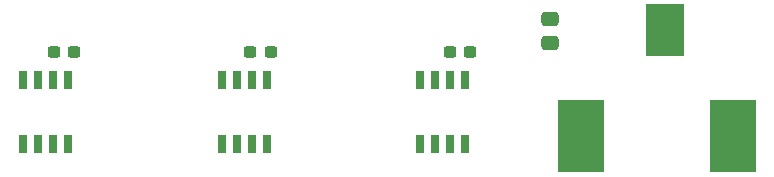
<source format=gbr>
%TF.GenerationSoftware,KiCad,Pcbnew,7.0.2*%
%TF.CreationDate,2023-10-28T17:31:33+09:00*%
%TF.ProjectId,Pmod_US_Speaker,506d6f64-5f55-4535-9f53-7065616b6572,rev?*%
%TF.SameCoordinates,Original*%
%TF.FileFunction,Paste,Top*%
%TF.FilePolarity,Positive*%
%FSLAX46Y46*%
G04 Gerber Fmt 4.6, Leading zero omitted, Abs format (unit mm)*
G04 Created by KiCad (PCBNEW 7.0.2) date 2023-10-28 17:31:33*
%MOMM*%
%LPD*%
G01*
G04 APERTURE LIST*
G04 Aperture macros list*
%AMRoundRect*
0 Rectangle with rounded corners*
0 $1 Rounding radius*
0 $2 $3 $4 $5 $6 $7 $8 $9 X,Y pos of 4 corners*
0 Add a 4 corners polygon primitive as box body*
4,1,4,$2,$3,$4,$5,$6,$7,$8,$9,$2,$3,0*
0 Add four circle primitives for the rounded corners*
1,1,$1+$1,$2,$3*
1,1,$1+$1,$4,$5*
1,1,$1+$1,$6,$7*
1,1,$1+$1,$8,$9*
0 Add four rect primitives between the rounded corners*
20,1,$1+$1,$2,$3,$4,$5,0*
20,1,$1+$1,$4,$5,$6,$7,0*
20,1,$1+$1,$6,$7,$8,$9,0*
20,1,$1+$1,$8,$9,$2,$3,0*%
G04 Aperture macros list end*
%ADD10R,0.700000X1.525000*%
%ADD11RoundRect,0.250000X-0.475000X0.337500X-0.475000X-0.337500X0.475000X-0.337500X0.475000X0.337500X0*%
%ADD12RoundRect,0.237500X-0.300000X-0.237500X0.300000X-0.237500X0.300000X0.237500X-0.300000X0.237500X0*%
%ADD13R,3.300000X4.400000*%
%ADD14R,3.900000X6.200000*%
G04 APERTURE END LIST*
D10*
%TO.C,IC1*%
X121713000Y-104312000D03*
X122983000Y-104312000D03*
X124253000Y-104312000D03*
X125523000Y-104312000D03*
X125523000Y-98888000D03*
X124253000Y-98888000D03*
X122983000Y-98888000D03*
X121713000Y-98888000D03*
%TD*%
D11*
%TO.C,C2*%
X166370000Y-93704500D03*
X166370000Y-95779500D03*
%TD*%
D10*
%TO.C,IC2*%
X138557000Y-104312000D03*
X139827000Y-104312000D03*
X141097000Y-104312000D03*
X142367000Y-104312000D03*
X142367000Y-98888000D03*
X141097000Y-98888000D03*
X139827000Y-98888000D03*
X138557000Y-98888000D03*
%TD*%
D12*
%TO.C,C3*%
X140996500Y-96520000D03*
X142721500Y-96520000D03*
%TD*%
D13*
%TO.C,J2*%
X176114000Y-94632000D03*
D14*
X168964000Y-103632000D03*
X181864000Y-103632000D03*
%TD*%
D12*
%TO.C,C5*%
X157887500Y-96520000D03*
X159612500Y-96520000D03*
%TD*%
D10*
%TO.C,IC3*%
X155321000Y-104312000D03*
X156591000Y-104312000D03*
X157861000Y-104312000D03*
X159131000Y-104312000D03*
X159131000Y-98888000D03*
X157861000Y-98888000D03*
X156591000Y-98888000D03*
X155321000Y-98888000D03*
%TD*%
D12*
%TO.C,C1*%
X124359500Y-96520000D03*
X126084500Y-96520000D03*
%TD*%
M02*

</source>
